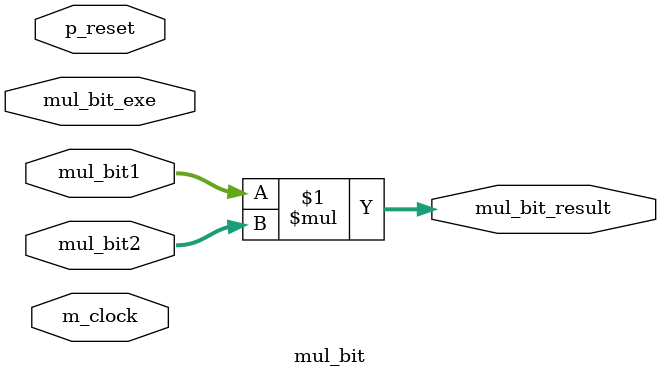
<source format=v>

/*Produced by NSL Core(version=20211030), IP ARCH, Inc. Sun Jan  8 23:08:38 2023
 Licensed to :EVALUATION USER*/
/*
 DO NOT USE ANY PART OF THIS FILE FOR COMMERCIAL PRODUCTS. 
*/

module mul_bit ( p_reset , m_clock , mul_bit1 , mul_bit2 , mul_bit_result , mul_bit_exe );
  input p_reset, m_clock;
  wire p_reset, m_clock;
  input [21:0] mul_bit1;
  wire [21:0] mul_bit1;
  input [21:0] mul_bit2;
  wire [21:0] mul_bit2;
  output [24:0] mul_bit_result;
  wire [24:0] mul_bit_result;
  input mul_bit_exe;
  wire mul_bit_exe;

   assign  mul_bit_result = (mul_bit1*mul_bit2);
endmodule

/*Produced by NSL Core(version=20211030), IP ARCH, Inc. Sun Jan  8 23:08:38 2023
 Licensed to :EVALUATION USER*/

</source>
